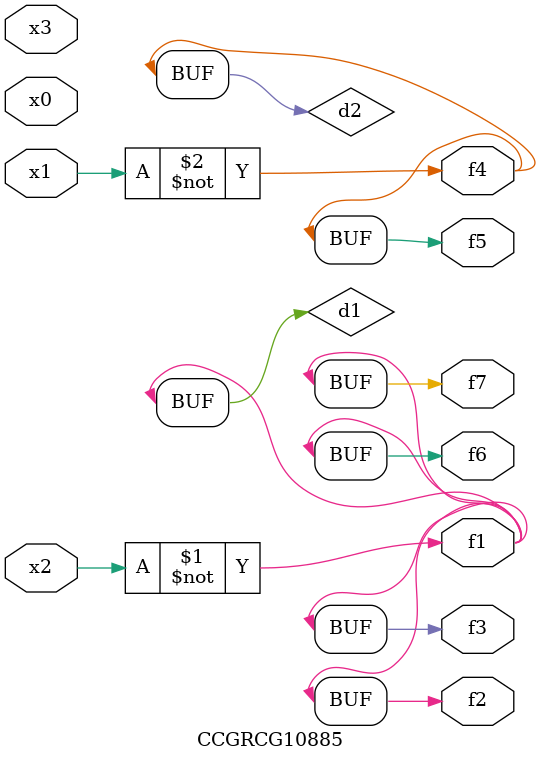
<source format=v>
module CCGRCG10885(
	input x0, x1, x2, x3,
	output f1, f2, f3, f4, f5, f6, f7
);

	wire d1, d2;

	xnor (d1, x2);
	not (d2, x1);
	assign f1 = d1;
	assign f2 = d1;
	assign f3 = d1;
	assign f4 = d2;
	assign f5 = d2;
	assign f6 = d1;
	assign f7 = d1;
endmodule

</source>
